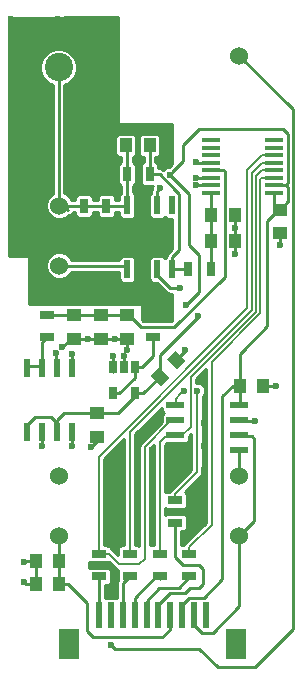
<source format=gtl>
G04 #@! TF.GenerationSoftware,KiCad,Pcbnew,(2017-06-25 revision 6a3c1720b)-makepkg*
G04 #@! TF.CreationDate,2017-08-03T12:33:03-04:00*
G04 #@! TF.ProjectId,pmt-transimpedance-amplifier_small_con,706D742D7472616E73696D706564616E,rev?*
G04 #@! TF.SameCoordinates,Original
G04 #@! TF.FileFunction,Copper,L1,Top,Signal*
G04 #@! TF.FilePolarity,Positive*
%FSLAX46Y46*%
G04 Gerber Fmt 4.6, Leading zero omitted, Abs format (unit mm)*
G04 Created by KiCad (PCBNEW (2017-06-25 revision 6a3c1720b)-makepkg) date 08/03/17 12:33:03*
%MOMM*%
%LPD*%
G01*
G04 APERTURE LIST*
%ADD10C,0.100000*%
%ADD11R,1.800000X2.600000*%
%ADD12R,0.600000X2.200000*%
%ADD13R,1.300000X0.700000*%
%ADD14C,1.524000*%
%ADD15R,0.600000X1.550000*%
%ADD16R,1.550000X0.600000*%
%ADD17R,1.000000X1.250000*%
%ADD18R,0.700000X1.300000*%
%ADD19R,0.650000X1.060000*%
%ADD20C,2.400000*%
%ADD21C,2.500000*%
%ADD22C,1.000000*%
%ADD23R,1.600000X0.410000*%
%ADD24R,1.250000X1.000000*%
%ADD25C,0.600000*%
%ADD26C,0.250000*%
%ADD27C,0.200000*%
%ADD28C,0.254000*%
G04 APERTURE END LIST*
D10*
D11*
X221350000Y-121650000D03*
X207150000Y-121650000D03*
D12*
X209750000Y-119250000D03*
X210750000Y-119250000D03*
X211750000Y-119250000D03*
X212750000Y-119250000D03*
X213750000Y-119250000D03*
X214750000Y-119250000D03*
X215750000Y-119250000D03*
X216750000Y-119250000D03*
X217750000Y-119250000D03*
X218750000Y-119250000D03*
D13*
X216175000Y-111425000D03*
X216175000Y-109525000D03*
D14*
X206350000Y-112540000D03*
X221590000Y-112540000D03*
X221590000Y-107460000D03*
X206350000Y-107460000D03*
X206350000Y-89660000D03*
X206350000Y-84580000D03*
X221590000Y-71880000D03*
D15*
X203645000Y-103725000D03*
X204915000Y-103725000D03*
X206185000Y-103725000D03*
X207455000Y-103725000D03*
X207455000Y-98325000D03*
X206185000Y-98325000D03*
X204915000Y-98325000D03*
X203645000Y-98325000D03*
D16*
X221600000Y-101475000D03*
X221600000Y-102745000D03*
X221600000Y-104015000D03*
X221600000Y-105285000D03*
X216200000Y-105285000D03*
X216200000Y-104015000D03*
X216200000Y-102745000D03*
X216200000Y-101475000D03*
D13*
X217375000Y-114050000D03*
X217375000Y-115950000D03*
D17*
X204375000Y-116625000D03*
X206375000Y-116625000D03*
X206350000Y-114675000D03*
X204350000Y-114675000D03*
D13*
X212325000Y-115950000D03*
X212325000Y-114050000D03*
X209700000Y-115950000D03*
X209700000Y-114050000D03*
D18*
X208450000Y-84600000D03*
X210350000Y-84600000D03*
D13*
X205325000Y-95725000D03*
X205325000Y-93825000D03*
D19*
X212775000Y-100450000D03*
X210875000Y-100450000D03*
X210875000Y-98250000D03*
X211825000Y-98250000D03*
X212775000Y-98250000D03*
D20*
X206300000Y-72875000D03*
D21*
X203760000Y-70335000D03*
X208840000Y-70335000D03*
X208840000Y-75415000D03*
X203760000Y-75415000D03*
D17*
X221197905Y-85325095D03*
X219197905Y-85325095D03*
X221625000Y-99800000D03*
X223625000Y-99800000D03*
D22*
X214850000Y-99050000D03*
D10*
G36*
X214761612Y-98254505D02*
X215645495Y-99138388D01*
X214938388Y-99845495D01*
X214054505Y-98961612D01*
X214761612Y-98254505D01*
X214761612Y-98254505D01*
G37*
D22*
X216264214Y-97635786D03*
D10*
G36*
X216175826Y-96840291D02*
X217059709Y-97724174D01*
X216352602Y-98431281D01*
X215468719Y-97547398D01*
X216175826Y-96840291D01*
X216175826Y-96840291D01*
G37*
D23*
X219191400Y-79030000D03*
X219191400Y-79665000D03*
X219191400Y-80300000D03*
X219191400Y-80935000D03*
X219191400Y-81570000D03*
X219191400Y-82205000D03*
X219191400Y-82840000D03*
X219191400Y-83475000D03*
X224500000Y-83475000D03*
X224500000Y-82840000D03*
X224500000Y-82205000D03*
X224500000Y-81570000D03*
X224500000Y-80935000D03*
X224500000Y-80300000D03*
X224500000Y-79665000D03*
X224500000Y-79030000D03*
D24*
X225025000Y-86925000D03*
X225025000Y-84925000D03*
D18*
X212100000Y-81900000D03*
X214000000Y-81900000D03*
D17*
X219197905Y-87600095D03*
X221197905Y-87600095D03*
X212000000Y-79475000D03*
X214000000Y-79475000D03*
D13*
X214850000Y-114050000D03*
X214850000Y-115950000D03*
D15*
X212118000Y-89954000D03*
X213388000Y-89954000D03*
X214658000Y-89954000D03*
X215928000Y-89954000D03*
X215928000Y-84554000D03*
X214658000Y-84554000D03*
X213388000Y-84554000D03*
X212118000Y-84554000D03*
D24*
X209575000Y-102125000D03*
X209575000Y-104125000D03*
X207600000Y-95825000D03*
X207600000Y-93825000D03*
D18*
X217275000Y-89950000D03*
X219175000Y-89950000D03*
D24*
X209900000Y-95825000D03*
X209900000Y-93825000D03*
X212125000Y-95825000D03*
X212125000Y-93825000D03*
D13*
X214325000Y-95675000D03*
X214325000Y-93775000D03*
D25*
X218775000Y-118475000D03*
X217925000Y-82850000D03*
X207459998Y-104900000D03*
X204890000Y-104880000D03*
X225040000Y-87910000D03*
X224740000Y-99800000D03*
X207400000Y-97110002D03*
X206100000Y-97089998D03*
X212130000Y-96760000D03*
X211800000Y-97300000D03*
X210870000Y-97290000D03*
X217040000Y-96830000D03*
X217925000Y-82225000D03*
X221225000Y-88700000D03*
X221197905Y-86475000D03*
X217950000Y-80900000D03*
X209075000Y-105025000D03*
X206625000Y-96575000D03*
X211050000Y-95825000D03*
X208775000Y-95825000D03*
X216550000Y-91525000D03*
X203375000Y-116475000D03*
X203350000Y-114725000D03*
X218090000Y-93890000D03*
X215706591Y-81943403D03*
X217075000Y-93025000D03*
X222900000Y-102800000D03*
X210749998Y-121775000D03*
X210750000Y-119250000D03*
X215600000Y-92900000D03*
X215525000Y-88025000D03*
X215525000Y-86525000D03*
X210850000Y-70925000D03*
X206250000Y-70850000D03*
X203875000Y-72800000D03*
X209075000Y-72800000D03*
X208250000Y-87500000D03*
X214925000Y-83100000D03*
X218025012Y-100250000D03*
X216899998Y-100250000D03*
X210825000Y-117050000D03*
X214225000Y-105275000D03*
X218000000Y-111000000D03*
X218600000Y-99075000D03*
X212975000Y-112650000D03*
X218000000Y-109000000D03*
X214200000Y-112650000D03*
X212975000Y-110650000D03*
X210975000Y-112650000D03*
X218600000Y-106950000D03*
X214200000Y-110650000D03*
X212975000Y-108650000D03*
X210975000Y-110650000D03*
X218600000Y-104950000D03*
X214200000Y-108650000D03*
X212975000Y-106650000D03*
X210975000Y-108650000D03*
X218600000Y-102950000D03*
X214200000Y-106650000D03*
X212975000Y-104650000D03*
X210975000Y-106650000D03*
X214325000Y-102900000D03*
X216150000Y-106975000D03*
X215475000Y-78500000D03*
X215475000Y-80150000D03*
X206250000Y-91100000D03*
X214325000Y-92200000D03*
X210250000Y-92200000D03*
X208250000Y-92200000D03*
X206250000Y-92200000D03*
X204250000Y-92200000D03*
X212450000Y-92200000D03*
X210250000Y-90800000D03*
X208250000Y-90800000D03*
X204250000Y-90800000D03*
X214250000Y-88050000D03*
X212250000Y-88050000D03*
X210250000Y-88050000D03*
X208250000Y-88875000D03*
X206250000Y-87625000D03*
X204075000Y-88125000D03*
X202350000Y-88050000D03*
X214250000Y-86550000D03*
X212250000Y-86550000D03*
X210250000Y-86550000D03*
X208250000Y-86550000D03*
X206250000Y-86550000D03*
X204250000Y-86550000D03*
X202350000Y-86550000D03*
X204250000Y-84800000D03*
X202350000Y-84800000D03*
X210250000Y-82800000D03*
X208250000Y-82800000D03*
X204250000Y-82800000D03*
X202350000Y-82800000D03*
X210250000Y-80800000D03*
X208250000Y-80800000D03*
X204250000Y-80800000D03*
X202350000Y-80800000D03*
X214250000Y-78050000D03*
X212250000Y-78050000D03*
X210250000Y-78800000D03*
X208250000Y-78800000D03*
X204250000Y-78800000D03*
X202350000Y-78800000D03*
X210550000Y-76975000D03*
X208250000Y-77300000D03*
X204250000Y-77300000D03*
X202350000Y-76800000D03*
X210850000Y-74800000D03*
X210850000Y-72800000D03*
X202375000Y-72750000D03*
X210250000Y-68800000D03*
X206250000Y-68800000D03*
X202250000Y-68800000D03*
D26*
X219191400Y-82840000D02*
X217935000Y-82840000D01*
X217935000Y-82840000D02*
X217925000Y-82850000D01*
X207459998Y-104475736D02*
X207459998Y-104900000D01*
X207459998Y-103575002D02*
X207459998Y-104475736D01*
X207510000Y-103525000D02*
X207459998Y-103575002D01*
X204890000Y-104455736D02*
X204890000Y-104880000D01*
X204890000Y-103605000D02*
X204890000Y-104455736D01*
X204970000Y-103525000D02*
X204890000Y-103605000D01*
X225025000Y-87895000D02*
X225040000Y-87910000D01*
X225025000Y-86925000D02*
X225025000Y-87895000D01*
X223625000Y-99800000D02*
X224740000Y-99800000D01*
X207400000Y-97534266D02*
X207400000Y-97110002D01*
X207400000Y-98015000D02*
X207400000Y-97534266D01*
X207510000Y-98125000D02*
X207400000Y-98015000D01*
X206100000Y-97514262D02*
X206100000Y-97089998D01*
X206100000Y-97985000D02*
X206100000Y-97514262D01*
X206240000Y-98125000D02*
X206100000Y-97985000D01*
X212125000Y-96755000D02*
X212130000Y-96760000D01*
X212125000Y-95825000D02*
X212125000Y-96755000D01*
X211825000Y-97325000D02*
X211800000Y-97300000D01*
X211825000Y-98250000D02*
X211825000Y-97325000D01*
X210875000Y-98250000D02*
X210875000Y-97295000D01*
X210875000Y-97295000D02*
X210870000Y-97290000D01*
X217040000Y-96860000D02*
X217040000Y-96830000D01*
X216264214Y-97635786D02*
X217040000Y-96860000D01*
X210875000Y-98250000D02*
X210875000Y-98618629D01*
X206350000Y-89660000D02*
X211824000Y-89660000D01*
X211824000Y-89660000D02*
X212118000Y-89954000D01*
X217945000Y-82205000D02*
X217925000Y-82225000D01*
X219191400Y-82205000D02*
X217945000Y-82205000D01*
X221197905Y-87600095D02*
X221197905Y-88672905D01*
X221197905Y-88672905D02*
X221225000Y-88700000D01*
X221197905Y-85325095D02*
X221197905Y-86475000D01*
X221197905Y-87600095D02*
X221197905Y-86475000D01*
X219191400Y-80935000D02*
X217985000Y-80935000D01*
X217985000Y-80935000D02*
X217950000Y-80900000D01*
X209575000Y-104125000D02*
X209575000Y-104525000D01*
X209575000Y-104525000D02*
X209075000Y-105025000D01*
X207600000Y-95825000D02*
X207375000Y-95825000D01*
X207375000Y-95825000D02*
X206625000Y-96575000D01*
X211050000Y-95825000D02*
X212125000Y-95825000D01*
X209900000Y-95825000D02*
X211050000Y-95825000D01*
X208775000Y-95825000D02*
X209900000Y-95825000D01*
X207600000Y-95825000D02*
X208775000Y-95825000D01*
X214658000Y-89954000D02*
X214658000Y-90429000D01*
X214658000Y-90429000D02*
X215754000Y-91525000D01*
X215754000Y-91525000D02*
X216550000Y-91525000D01*
X204350000Y-114675000D02*
X204350000Y-116600000D01*
X204350000Y-116600000D02*
X204375000Y-116625000D01*
X204375000Y-116625000D02*
X203525000Y-116625000D01*
X203525000Y-116625000D02*
X203375000Y-116475000D01*
X204350000Y-114675000D02*
X203400000Y-114675000D01*
X203400000Y-114675000D02*
X203350000Y-114725000D01*
X214850000Y-81900000D02*
X216250000Y-83300000D01*
X214000000Y-81900000D02*
X214850000Y-81900000D01*
X216503001Y-83558999D02*
X216503001Y-88353999D01*
X216250000Y-83300000D02*
X216250000Y-83305998D01*
X216250000Y-83305998D02*
X216503001Y-83558999D01*
X216503001Y-88353999D02*
X215928000Y-88929000D01*
X215928000Y-88929000D02*
X215928000Y-89954000D01*
X216750000Y-119250000D02*
X216750000Y-118354998D01*
X216750000Y-118354998D02*
X217304988Y-117800010D01*
X217304988Y-117800010D02*
X218599990Y-117800010D01*
X218599990Y-117800010D02*
X220175000Y-116225000D01*
X221625000Y-99800000D02*
X221050000Y-99800000D01*
X221050000Y-99800000D02*
X220175000Y-100675000D01*
X220175000Y-100675000D02*
X220175000Y-116225000D01*
X218090000Y-93890000D02*
X218090000Y-93980000D01*
X218090000Y-93980000D02*
X214850000Y-97220000D01*
X214850000Y-97220000D02*
X214850000Y-99050000D01*
X225025000Y-84925000D02*
X225025000Y-84905000D01*
X225025000Y-84905000D02*
X225724990Y-84205010D01*
X225724990Y-84205010D02*
X225724990Y-83014990D01*
X224500000Y-83475000D02*
X224500000Y-84400000D01*
X224500000Y-84400000D02*
X225025000Y-84925000D01*
X225550000Y-82840000D02*
X225724990Y-83014990D01*
X216825000Y-79425000D02*
X216825000Y-80824994D01*
X218175000Y-78075000D02*
X216825000Y-79425000D01*
X225275000Y-78075000D02*
X218175000Y-78075000D01*
X217075000Y-93025000D02*
X218225000Y-91875000D01*
X218225000Y-88750000D02*
X217350000Y-87875000D01*
X224500000Y-82840000D02*
X225550000Y-82840000D01*
X225725000Y-82665000D02*
X225725000Y-78525000D01*
X225550000Y-82840000D02*
X225725000Y-82665000D01*
X216006590Y-81643404D02*
X215706591Y-81943403D01*
X217350000Y-83586812D02*
X216006590Y-82243402D01*
X217350000Y-87875000D02*
X217350000Y-83586812D01*
X218225000Y-91875000D02*
X218225000Y-88750000D01*
X216825000Y-80824994D02*
X216006590Y-81643404D01*
X215706591Y-82031591D02*
X215706591Y-81943403D01*
X216006590Y-82243402D02*
X215706591Y-81943403D01*
X215725000Y-82050000D02*
X215706591Y-82031591D01*
X225725000Y-78525000D02*
X225275000Y-78075000D01*
X221625000Y-102830000D02*
X222870000Y-102830000D01*
X222870000Y-102830000D02*
X222900000Y-102800000D01*
X212125000Y-93825000D02*
X212250000Y-93825000D01*
X212250000Y-93825000D02*
X213275000Y-94850000D01*
X213275000Y-94850000D02*
X216100000Y-94850000D01*
X216100000Y-94850000D02*
X220350000Y-90600000D01*
X220350000Y-90600000D02*
X220350000Y-81678600D01*
X220350000Y-81678600D02*
X220241400Y-81570000D01*
X220241400Y-81570000D02*
X219191400Y-81570000D01*
X209900000Y-93825000D02*
X212125000Y-93825000D01*
X207600000Y-93825000D02*
X209900000Y-93825000D01*
X205325000Y-93825000D02*
X207600000Y-93825000D01*
X215928000Y-89954000D02*
X217271000Y-89954000D01*
X217271000Y-89954000D02*
X217275000Y-89950000D01*
X214000000Y-81900000D02*
X214000000Y-79475000D01*
X206375000Y-116625000D02*
X207125000Y-116625000D01*
X207125000Y-116625000D02*
X208750000Y-118250000D01*
X208750000Y-118250000D02*
X208750000Y-120625000D01*
X208750000Y-120625000D02*
X209250000Y-121125000D01*
X209250000Y-121125000D02*
X215100000Y-121125000D01*
X215100000Y-121125000D02*
X215750000Y-120475000D01*
X215750000Y-120475000D02*
X215750000Y-119250000D01*
X221590000Y-71880000D02*
X226125000Y-76415000D01*
X226125000Y-76415000D02*
X226125000Y-120450000D01*
X226125000Y-120450000D02*
X222925000Y-123650000D01*
X222925000Y-123650000D02*
X219800000Y-123650000D01*
X219800000Y-123650000D02*
X218224999Y-122074999D01*
X218224999Y-122074999D02*
X211049997Y-122074999D01*
X211049997Y-122074999D02*
X210749998Y-121775000D01*
D27*
X216175000Y-109525000D02*
X216175000Y-108975000D01*
X216175000Y-108975000D02*
X218025012Y-107124988D01*
X218025012Y-107124988D02*
X218025012Y-100674264D01*
X218025012Y-100674264D02*
X218025012Y-100250000D01*
D26*
X217750000Y-119250000D02*
X217750000Y-120050000D01*
X221590000Y-118510000D02*
X221590000Y-115714998D01*
X217750000Y-120050000D02*
X218425000Y-120725000D01*
X218425000Y-120725000D02*
X219375000Y-120725000D01*
X219375000Y-120725000D02*
X221590000Y-118510000D01*
X221590000Y-115714998D02*
X221590000Y-112540000D01*
X208450000Y-84600000D02*
X210350000Y-84600000D01*
X210350000Y-84600000D02*
X212072000Y-84600000D01*
X212072000Y-84600000D02*
X212118000Y-84554000D01*
X212100000Y-81900000D02*
X212100000Y-84536000D01*
X212100000Y-84536000D02*
X212118000Y-84554000D01*
X212100000Y-81900000D02*
X212100000Y-79575000D01*
X212100000Y-79575000D02*
X212000000Y-79475000D01*
X214658000Y-83367000D02*
X214925000Y-83100000D01*
X214658000Y-84554000D02*
X214658000Y-83367000D01*
X221625000Y-97125000D02*
X221900000Y-96850000D01*
X221900000Y-96850000D02*
X223974999Y-94775001D01*
X225025000Y-84925000D02*
X224900000Y-84925000D01*
X224900000Y-84925000D02*
X223974999Y-85850001D01*
X223974999Y-85850001D02*
X223974999Y-94775001D01*
X212775000Y-100450000D02*
X213450000Y-100450000D01*
X213450000Y-100450000D02*
X214850000Y-99050000D01*
X209575000Y-102125000D02*
X211305000Y-102125000D01*
X211305000Y-102125000D02*
X212775000Y-100655000D01*
X212775000Y-100655000D02*
X212775000Y-100450000D01*
X206185000Y-103725000D02*
X206185000Y-102700000D01*
X208700000Y-102125000D02*
X209575000Y-102125000D01*
X206185000Y-102700000D02*
X206760000Y-102125000D01*
X206760000Y-102125000D02*
X208700000Y-102125000D01*
X203700000Y-103525000D02*
X203700000Y-103050000D01*
X203700000Y-103050000D02*
X204275001Y-102474999D01*
X204275001Y-102474999D02*
X205664999Y-102474999D01*
X205664999Y-102474999D02*
X206240000Y-103050000D01*
X206240000Y-103050000D02*
X206240000Y-103525000D01*
X221625000Y-99800000D02*
X221625000Y-97125000D01*
X221625000Y-99800000D02*
X221625000Y-101560000D01*
X221590000Y-107460000D02*
X221590000Y-105405000D01*
X221590000Y-105405000D02*
X221625000Y-105370000D01*
X206350000Y-114675000D02*
X206350000Y-112540000D01*
X206375000Y-116625000D02*
X206375000Y-114700000D01*
X206375000Y-114700000D02*
X206350000Y-114675000D01*
D27*
X216599999Y-100549999D02*
X216899998Y-100250000D01*
X216225000Y-100924998D02*
X216599999Y-100549999D01*
X216225000Y-101560000D02*
X216225000Y-100924998D01*
X223350022Y-93684948D02*
X223350022Y-88775000D01*
X223350022Y-88775000D02*
X223350022Y-88556778D01*
X224500000Y-82205000D02*
X223500000Y-82205000D01*
X223500000Y-82205000D02*
X223350022Y-82354978D01*
X223350022Y-82354978D02*
X223350022Y-88775000D01*
X217375000Y-114050000D02*
X217375000Y-113500000D01*
X217375000Y-113500000D02*
X219249990Y-111625010D01*
X219249990Y-97784980D02*
X223350022Y-93684948D01*
X219249990Y-111625010D02*
X219249990Y-97784980D01*
D26*
X214750000Y-119250000D02*
X214750000Y-118354998D01*
X214750000Y-118354998D02*
X215704998Y-117400000D01*
X215704998Y-117400000D02*
X216975000Y-117400000D01*
X216975000Y-117400000D02*
X217400000Y-116975000D01*
X217400000Y-116975000D02*
X218150000Y-116975000D01*
X216175000Y-114345002D02*
X216175000Y-111425000D01*
X218150000Y-116975000D02*
X218525000Y-116600000D01*
X218525000Y-116600000D02*
X218525000Y-115325000D01*
X218525000Y-115325000D02*
X218200000Y-115000000D01*
X218200000Y-115000000D02*
X216829998Y-115000000D01*
X216829998Y-115000000D02*
X216175000Y-114345002D01*
X213750000Y-119250000D02*
X213750000Y-118025000D01*
X213750000Y-118025000D02*
X214825000Y-116950000D01*
X217300000Y-116125000D02*
X217300000Y-115975000D01*
X214825000Y-116950000D02*
X216475000Y-116950000D01*
X216475000Y-116950000D02*
X217300000Y-116125000D01*
X217300000Y-115975000D02*
X217350000Y-115975000D01*
X217350000Y-115975000D02*
X217375000Y-115950000D01*
X217375000Y-115950000D02*
X217225000Y-115950000D01*
X209700000Y-115950000D02*
X209700000Y-119200000D01*
X209700000Y-119200000D02*
X209750000Y-119250000D01*
X209750000Y-116000000D02*
X209700000Y-115950000D01*
X211750000Y-119250000D02*
X211750000Y-116525000D01*
X211750000Y-116525000D02*
X212325000Y-115950000D01*
X212325000Y-115955000D02*
X212325000Y-115950000D01*
X216225000Y-105370000D02*
X216150000Y-105445000D01*
D27*
X223500000Y-81570000D02*
X224500000Y-81570000D01*
X223000014Y-82069986D02*
X223500000Y-81570000D01*
X214850000Y-114050000D02*
X214850000Y-104625000D01*
X223000011Y-93539969D02*
X223000011Y-88271789D01*
X217475002Y-103324998D02*
X217475002Y-99064978D01*
X214850000Y-104625000D02*
X215375000Y-104100000D01*
X215375000Y-104100000D02*
X216700000Y-104100000D01*
X216700000Y-104100000D02*
X217475002Y-103324998D01*
X217475002Y-99064978D02*
X223000011Y-93539969D01*
X223000011Y-88271789D02*
X223000014Y-82069986D01*
X212325000Y-114050000D02*
X212325000Y-103719990D01*
X212325000Y-103719990D02*
X222650000Y-93394990D01*
X222650000Y-93394990D02*
X222650000Y-81785000D01*
X222650000Y-81785000D02*
X223500000Y-80935000D01*
X223500000Y-80935000D02*
X224500000Y-80935000D01*
X209700000Y-114050000D02*
X210550000Y-114050000D01*
X210550000Y-114050000D02*
X211450000Y-114950000D01*
X211450000Y-114950000D02*
X213125000Y-114950000D01*
X213125000Y-114950000D02*
X213600000Y-114475000D01*
X213600000Y-114475000D02*
X213600000Y-104980000D01*
X213600000Y-104980000D02*
X215750000Y-102830000D01*
X215750000Y-102830000D02*
X216225000Y-102830000D01*
X209700000Y-114050000D02*
X209700000Y-105850000D01*
X209700000Y-105850000D02*
X222275000Y-93275000D01*
X222275000Y-93275000D02*
X222275000Y-81525000D01*
X222275000Y-81525000D02*
X223500000Y-80300000D01*
X223500000Y-80300000D02*
X224500000Y-80300000D01*
D26*
X221590000Y-112540000D02*
X222875000Y-111255000D01*
X221625000Y-104100000D02*
X222650000Y-104100000D01*
X222650000Y-104100000D02*
X222875000Y-104325000D01*
X222875000Y-104325000D02*
X222875000Y-111255000D01*
X219191400Y-83475000D02*
X219191400Y-85318590D01*
X219191400Y-85318590D02*
X219197905Y-85325095D01*
X219197905Y-83481505D02*
X219191400Y-83475000D01*
X219197905Y-85325095D02*
X219197905Y-85200095D01*
X219197905Y-87600095D02*
X219197905Y-85325095D01*
X219197905Y-89625095D02*
X219197905Y-87600095D01*
X204915000Y-98325000D02*
X204915000Y-96135000D01*
X204915000Y-96135000D02*
X205325000Y-95725000D01*
X204970000Y-98125000D02*
X203700000Y-98125000D01*
X206350000Y-84580000D02*
X208430000Y-84580000D01*
X208430000Y-84580000D02*
X208450000Y-84600000D01*
X206300000Y-72875000D02*
X206300000Y-84530000D01*
X207050000Y-84855000D02*
X207100000Y-84905000D01*
X210875000Y-100450000D02*
X211450000Y-100450000D01*
X211450000Y-100450000D02*
X212775000Y-99125000D01*
X212775000Y-99125000D02*
X212775000Y-99030000D01*
X212775000Y-99030000D02*
X212775000Y-98250000D01*
X212775000Y-98250000D02*
X213350000Y-98250000D01*
X213350000Y-98250000D02*
X214325000Y-97275000D01*
X214325000Y-97275000D02*
X214325000Y-96275000D01*
X214325000Y-96275000D02*
X214325000Y-95675000D01*
X212750000Y-119250000D02*
X212750000Y-117750000D01*
X212750000Y-117750000D02*
X214550000Y-115950000D01*
X214550000Y-115950000D02*
X214850000Y-115950000D01*
X214850000Y-116175000D02*
X214850000Y-115950000D01*
D28*
G36*
X211373000Y-77500000D02*
X211382667Y-77548601D01*
X211410197Y-77589803D01*
X211451399Y-77617333D01*
X211500000Y-77627000D01*
X215873000Y-77627000D01*
X215873000Y-81067058D01*
X215673684Y-81266374D01*
X215572518Y-81266286D01*
X215323602Y-81369136D01*
X215170482Y-81521989D01*
X215042107Y-81436212D01*
X214850000Y-81397999D01*
X214849995Y-81398000D01*
X214734385Y-81398000D01*
X214734385Y-81250000D01*
X214705125Y-81102902D01*
X214621801Y-80978199D01*
X214502000Y-80898150D01*
X214502000Y-80483987D01*
X214647098Y-80455125D01*
X214771801Y-80371801D01*
X214855125Y-80247098D01*
X214884385Y-80100000D01*
X214884385Y-78850000D01*
X214855125Y-78702902D01*
X214771801Y-78578199D01*
X214647098Y-78494875D01*
X214500000Y-78465615D01*
X213500000Y-78465615D01*
X213352902Y-78494875D01*
X213228199Y-78578199D01*
X213144875Y-78702902D01*
X213115615Y-78850000D01*
X213115615Y-80100000D01*
X213144875Y-80247098D01*
X213228199Y-80371801D01*
X213352902Y-80455125D01*
X213498000Y-80483987D01*
X213498000Y-80898150D01*
X213378199Y-80978199D01*
X213294875Y-81102902D01*
X213265615Y-81250000D01*
X213265615Y-82550000D01*
X213294875Y-82697098D01*
X213378199Y-82821801D01*
X213502902Y-82905125D01*
X213650000Y-82934385D01*
X214260725Y-82934385D01*
X214248118Y-82964746D01*
X214248005Y-83094386D01*
X214194212Y-83174893D01*
X214155999Y-83367000D01*
X214156000Y-83367005D01*
X214156000Y-83460559D01*
X214086199Y-83507199D01*
X214002875Y-83631902D01*
X213973615Y-83779000D01*
X213973615Y-85329000D01*
X214002875Y-85476098D01*
X214086199Y-85600801D01*
X214210902Y-85684125D01*
X214358000Y-85713385D01*
X214958000Y-85713385D01*
X215105098Y-85684125D01*
X215229801Y-85600801D01*
X215293000Y-85506217D01*
X215356199Y-85600801D01*
X215480902Y-85684125D01*
X215628000Y-85713385D01*
X215873000Y-85713385D01*
X215873000Y-88274065D01*
X215573032Y-88574032D01*
X215464212Y-88736893D01*
X215441700Y-88850069D01*
X215356199Y-88907199D01*
X215293000Y-89001783D01*
X215229801Y-88907199D01*
X215105098Y-88823875D01*
X214958000Y-88794615D01*
X214358000Y-88794615D01*
X214210902Y-88823875D01*
X214086199Y-88907199D01*
X214002875Y-89031902D01*
X213973615Y-89179000D01*
X213973615Y-90729000D01*
X214002875Y-90876098D01*
X214086199Y-91000801D01*
X214210902Y-91084125D01*
X214358000Y-91113385D01*
X214632449Y-91113385D01*
X215399032Y-91879968D01*
X215561892Y-91988788D01*
X215754000Y-92027001D01*
X215754005Y-92027000D01*
X215873000Y-92027000D01*
X215873000Y-94348000D01*
X213482936Y-94348000D01*
X213377000Y-94242064D01*
X213377000Y-93000000D01*
X213367333Y-92951399D01*
X213339803Y-92910197D01*
X213298601Y-92882667D01*
X213250000Y-92873000D01*
X203802000Y-92873000D01*
X203802000Y-89885567D01*
X205210803Y-89885567D01*
X205383840Y-90304349D01*
X205703966Y-90625034D01*
X206122445Y-90798802D01*
X206575567Y-90799197D01*
X206994349Y-90626160D01*
X207315034Y-90306034D01*
X207374842Y-90162000D01*
X211433615Y-90162000D01*
X211433615Y-90729000D01*
X211462875Y-90876098D01*
X211546199Y-91000801D01*
X211670902Y-91084125D01*
X211818000Y-91113385D01*
X212418000Y-91113385D01*
X212565098Y-91084125D01*
X212689801Y-91000801D01*
X212773125Y-90876098D01*
X212802385Y-90729000D01*
X212802385Y-89179000D01*
X212773125Y-89031902D01*
X212689801Y-88907199D01*
X212565098Y-88823875D01*
X212418000Y-88794615D01*
X211818000Y-88794615D01*
X211670902Y-88823875D01*
X211546199Y-88907199D01*
X211462875Y-89031902D01*
X211437792Y-89158000D01*
X207374977Y-89158000D01*
X207316160Y-89015651D01*
X206996034Y-88694966D01*
X206577555Y-88521198D01*
X206124433Y-88520803D01*
X205705651Y-88693840D01*
X205384966Y-89013966D01*
X205211198Y-89432445D01*
X205210803Y-89885567D01*
X203802000Y-89885567D01*
X203802000Y-89000000D01*
X203792333Y-88951399D01*
X203764803Y-88910197D01*
X203723601Y-88882667D01*
X203675000Y-88873000D01*
X202127000Y-88873000D01*
X202127000Y-73187308D01*
X204722727Y-73187308D01*
X204962305Y-73767132D01*
X205405535Y-74211136D01*
X205798000Y-74374101D01*
X205798000Y-83575682D01*
X205705651Y-83613840D01*
X205384966Y-83933966D01*
X205211198Y-84352445D01*
X205210803Y-84805567D01*
X205383840Y-85224349D01*
X205703966Y-85545034D01*
X206122445Y-85718802D01*
X206575567Y-85719197D01*
X206994349Y-85546160D01*
X207142150Y-85398617D01*
X207292108Y-85368788D01*
X207454968Y-85259968D01*
X207563788Y-85097108D01*
X207566793Y-85082000D01*
X207715615Y-85082000D01*
X207715615Y-85250000D01*
X207744875Y-85397098D01*
X207828199Y-85521801D01*
X207952902Y-85605125D01*
X208100000Y-85634385D01*
X208800000Y-85634385D01*
X208947098Y-85605125D01*
X209071801Y-85521801D01*
X209155125Y-85397098D01*
X209184385Y-85250000D01*
X209184385Y-85102000D01*
X209615615Y-85102000D01*
X209615615Y-85250000D01*
X209644875Y-85397098D01*
X209728199Y-85521801D01*
X209852902Y-85605125D01*
X210000000Y-85634385D01*
X210700000Y-85634385D01*
X210847098Y-85605125D01*
X210971801Y-85521801D01*
X211055125Y-85397098D01*
X211084385Y-85250000D01*
X211084385Y-85102000D01*
X211433615Y-85102000D01*
X211433615Y-85329000D01*
X211462875Y-85476098D01*
X211546199Y-85600801D01*
X211670902Y-85684125D01*
X211818000Y-85713385D01*
X212418000Y-85713385D01*
X212565098Y-85684125D01*
X212689801Y-85600801D01*
X212773125Y-85476098D01*
X212802385Y-85329000D01*
X212802385Y-83779000D01*
X212773125Y-83631902D01*
X212689801Y-83507199D01*
X212602000Y-83448532D01*
X212602000Y-82901850D01*
X212721801Y-82821801D01*
X212805125Y-82697098D01*
X212834385Y-82550000D01*
X212834385Y-81250000D01*
X212805125Y-81102902D01*
X212721801Y-80978199D01*
X212602000Y-80898150D01*
X212602000Y-80464096D01*
X212647098Y-80455125D01*
X212771801Y-80371801D01*
X212855125Y-80247098D01*
X212884385Y-80100000D01*
X212884385Y-78850000D01*
X212855125Y-78702902D01*
X212771801Y-78578199D01*
X212647098Y-78494875D01*
X212500000Y-78465615D01*
X211500000Y-78465615D01*
X211352902Y-78494875D01*
X211228199Y-78578199D01*
X211144875Y-78702902D01*
X211115615Y-78850000D01*
X211115615Y-80100000D01*
X211144875Y-80247098D01*
X211228199Y-80371801D01*
X211352902Y-80455125D01*
X211500000Y-80484385D01*
X211598000Y-80484385D01*
X211598000Y-80898150D01*
X211478199Y-80978199D01*
X211394875Y-81102902D01*
X211365615Y-81250000D01*
X211365615Y-82550000D01*
X211394875Y-82697098D01*
X211478199Y-82821801D01*
X211598000Y-82901850D01*
X211598000Y-83472587D01*
X211546199Y-83507199D01*
X211462875Y-83631902D01*
X211433615Y-83779000D01*
X211433615Y-84098000D01*
X211084385Y-84098000D01*
X211084385Y-83950000D01*
X211055125Y-83802902D01*
X210971801Y-83678199D01*
X210847098Y-83594875D01*
X210700000Y-83565615D01*
X210000000Y-83565615D01*
X209852902Y-83594875D01*
X209728199Y-83678199D01*
X209644875Y-83802902D01*
X209615615Y-83950000D01*
X209615615Y-84098000D01*
X209184385Y-84098000D01*
X209184385Y-83950000D01*
X209155125Y-83802902D01*
X209071801Y-83678199D01*
X208947098Y-83594875D01*
X208800000Y-83565615D01*
X208100000Y-83565615D01*
X207952902Y-83594875D01*
X207828199Y-83678199D01*
X207744875Y-83802902D01*
X207715615Y-83950000D01*
X207715615Y-84078000D01*
X207374977Y-84078000D01*
X207316160Y-83935651D01*
X206996034Y-83614966D01*
X206802000Y-83534396D01*
X206802000Y-74373894D01*
X207192132Y-74212695D01*
X207636136Y-73769465D01*
X207876725Y-73190061D01*
X207877273Y-72562692D01*
X207637695Y-71982868D01*
X207194465Y-71538864D01*
X206615061Y-71298275D01*
X205987692Y-71297727D01*
X205407868Y-71537305D01*
X204963864Y-71980535D01*
X204723275Y-72559939D01*
X204722727Y-73187308D01*
X202127000Y-73187308D01*
X202127000Y-68651667D01*
X211373000Y-68627335D01*
X211373000Y-77500000D01*
X211373000Y-77500000D01*
G37*
X211373000Y-77500000D02*
X211382667Y-77548601D01*
X211410197Y-77589803D01*
X211451399Y-77617333D01*
X211500000Y-77627000D01*
X215873000Y-77627000D01*
X215873000Y-81067058D01*
X215673684Y-81266374D01*
X215572518Y-81266286D01*
X215323602Y-81369136D01*
X215170482Y-81521989D01*
X215042107Y-81436212D01*
X214850000Y-81397999D01*
X214849995Y-81398000D01*
X214734385Y-81398000D01*
X214734385Y-81250000D01*
X214705125Y-81102902D01*
X214621801Y-80978199D01*
X214502000Y-80898150D01*
X214502000Y-80483987D01*
X214647098Y-80455125D01*
X214771801Y-80371801D01*
X214855125Y-80247098D01*
X214884385Y-80100000D01*
X214884385Y-78850000D01*
X214855125Y-78702902D01*
X214771801Y-78578199D01*
X214647098Y-78494875D01*
X214500000Y-78465615D01*
X213500000Y-78465615D01*
X213352902Y-78494875D01*
X213228199Y-78578199D01*
X213144875Y-78702902D01*
X213115615Y-78850000D01*
X213115615Y-80100000D01*
X213144875Y-80247098D01*
X213228199Y-80371801D01*
X213352902Y-80455125D01*
X213498000Y-80483987D01*
X213498000Y-80898150D01*
X213378199Y-80978199D01*
X213294875Y-81102902D01*
X213265615Y-81250000D01*
X213265615Y-82550000D01*
X213294875Y-82697098D01*
X213378199Y-82821801D01*
X213502902Y-82905125D01*
X213650000Y-82934385D01*
X214260725Y-82934385D01*
X214248118Y-82964746D01*
X214248005Y-83094386D01*
X214194212Y-83174893D01*
X214155999Y-83367000D01*
X214156000Y-83367005D01*
X214156000Y-83460559D01*
X214086199Y-83507199D01*
X214002875Y-83631902D01*
X213973615Y-83779000D01*
X213973615Y-85329000D01*
X214002875Y-85476098D01*
X214086199Y-85600801D01*
X214210902Y-85684125D01*
X214358000Y-85713385D01*
X214958000Y-85713385D01*
X215105098Y-85684125D01*
X215229801Y-85600801D01*
X215293000Y-85506217D01*
X215356199Y-85600801D01*
X215480902Y-85684125D01*
X215628000Y-85713385D01*
X215873000Y-85713385D01*
X215873000Y-88274065D01*
X215573032Y-88574032D01*
X215464212Y-88736893D01*
X215441700Y-88850069D01*
X215356199Y-88907199D01*
X215293000Y-89001783D01*
X215229801Y-88907199D01*
X215105098Y-88823875D01*
X214958000Y-88794615D01*
X214358000Y-88794615D01*
X214210902Y-88823875D01*
X214086199Y-88907199D01*
X214002875Y-89031902D01*
X213973615Y-89179000D01*
X213973615Y-90729000D01*
X214002875Y-90876098D01*
X214086199Y-91000801D01*
X214210902Y-91084125D01*
X214358000Y-91113385D01*
X214632449Y-91113385D01*
X215399032Y-91879968D01*
X215561892Y-91988788D01*
X215754000Y-92027001D01*
X215754005Y-92027000D01*
X215873000Y-92027000D01*
X215873000Y-94348000D01*
X213482936Y-94348000D01*
X213377000Y-94242064D01*
X213377000Y-93000000D01*
X213367333Y-92951399D01*
X213339803Y-92910197D01*
X213298601Y-92882667D01*
X213250000Y-92873000D01*
X203802000Y-92873000D01*
X203802000Y-89885567D01*
X205210803Y-89885567D01*
X205383840Y-90304349D01*
X205703966Y-90625034D01*
X206122445Y-90798802D01*
X206575567Y-90799197D01*
X206994349Y-90626160D01*
X207315034Y-90306034D01*
X207374842Y-90162000D01*
X211433615Y-90162000D01*
X211433615Y-90729000D01*
X211462875Y-90876098D01*
X211546199Y-91000801D01*
X211670902Y-91084125D01*
X211818000Y-91113385D01*
X212418000Y-91113385D01*
X212565098Y-91084125D01*
X212689801Y-91000801D01*
X212773125Y-90876098D01*
X212802385Y-90729000D01*
X212802385Y-89179000D01*
X212773125Y-89031902D01*
X212689801Y-88907199D01*
X212565098Y-88823875D01*
X212418000Y-88794615D01*
X211818000Y-88794615D01*
X211670902Y-88823875D01*
X211546199Y-88907199D01*
X211462875Y-89031902D01*
X211437792Y-89158000D01*
X207374977Y-89158000D01*
X207316160Y-89015651D01*
X206996034Y-88694966D01*
X206577555Y-88521198D01*
X206124433Y-88520803D01*
X205705651Y-88693840D01*
X205384966Y-89013966D01*
X205211198Y-89432445D01*
X205210803Y-89885567D01*
X203802000Y-89885567D01*
X203802000Y-89000000D01*
X203792333Y-88951399D01*
X203764803Y-88910197D01*
X203723601Y-88882667D01*
X203675000Y-88873000D01*
X202127000Y-88873000D01*
X202127000Y-73187308D01*
X204722727Y-73187308D01*
X204962305Y-73767132D01*
X205405535Y-74211136D01*
X205798000Y-74374101D01*
X205798000Y-83575682D01*
X205705651Y-83613840D01*
X205384966Y-83933966D01*
X205211198Y-84352445D01*
X205210803Y-84805567D01*
X205383840Y-85224349D01*
X205703966Y-85545034D01*
X206122445Y-85718802D01*
X206575567Y-85719197D01*
X206994349Y-85546160D01*
X207142150Y-85398617D01*
X207292108Y-85368788D01*
X207454968Y-85259968D01*
X207563788Y-85097108D01*
X207566793Y-85082000D01*
X207715615Y-85082000D01*
X207715615Y-85250000D01*
X207744875Y-85397098D01*
X207828199Y-85521801D01*
X207952902Y-85605125D01*
X208100000Y-85634385D01*
X208800000Y-85634385D01*
X208947098Y-85605125D01*
X209071801Y-85521801D01*
X209155125Y-85397098D01*
X209184385Y-85250000D01*
X209184385Y-85102000D01*
X209615615Y-85102000D01*
X209615615Y-85250000D01*
X209644875Y-85397098D01*
X209728199Y-85521801D01*
X209852902Y-85605125D01*
X210000000Y-85634385D01*
X210700000Y-85634385D01*
X210847098Y-85605125D01*
X210971801Y-85521801D01*
X211055125Y-85397098D01*
X211084385Y-85250000D01*
X211084385Y-85102000D01*
X211433615Y-85102000D01*
X211433615Y-85329000D01*
X211462875Y-85476098D01*
X211546199Y-85600801D01*
X211670902Y-85684125D01*
X211818000Y-85713385D01*
X212418000Y-85713385D01*
X212565098Y-85684125D01*
X212689801Y-85600801D01*
X212773125Y-85476098D01*
X212802385Y-85329000D01*
X212802385Y-83779000D01*
X212773125Y-83631902D01*
X212689801Y-83507199D01*
X212602000Y-83448532D01*
X212602000Y-82901850D01*
X212721801Y-82821801D01*
X212805125Y-82697098D01*
X212834385Y-82550000D01*
X212834385Y-81250000D01*
X212805125Y-81102902D01*
X212721801Y-80978199D01*
X212602000Y-80898150D01*
X212602000Y-80464096D01*
X212647098Y-80455125D01*
X212771801Y-80371801D01*
X212855125Y-80247098D01*
X212884385Y-80100000D01*
X212884385Y-78850000D01*
X212855125Y-78702902D01*
X212771801Y-78578199D01*
X212647098Y-78494875D01*
X212500000Y-78465615D01*
X211500000Y-78465615D01*
X211352902Y-78494875D01*
X211228199Y-78578199D01*
X211144875Y-78702902D01*
X211115615Y-78850000D01*
X211115615Y-80100000D01*
X211144875Y-80247098D01*
X211228199Y-80371801D01*
X211352902Y-80455125D01*
X211500000Y-80484385D01*
X211598000Y-80484385D01*
X211598000Y-80898150D01*
X211478199Y-80978199D01*
X211394875Y-81102902D01*
X211365615Y-81250000D01*
X211365615Y-82550000D01*
X211394875Y-82697098D01*
X211478199Y-82821801D01*
X211598000Y-82901850D01*
X211598000Y-83472587D01*
X211546199Y-83507199D01*
X211462875Y-83631902D01*
X211433615Y-83779000D01*
X211433615Y-84098000D01*
X211084385Y-84098000D01*
X211084385Y-83950000D01*
X211055125Y-83802902D01*
X210971801Y-83678199D01*
X210847098Y-83594875D01*
X210700000Y-83565615D01*
X210000000Y-83565615D01*
X209852902Y-83594875D01*
X209728199Y-83678199D01*
X209644875Y-83802902D01*
X209615615Y-83950000D01*
X209615615Y-84098000D01*
X209184385Y-84098000D01*
X209184385Y-83950000D01*
X209155125Y-83802902D01*
X209071801Y-83678199D01*
X208947098Y-83594875D01*
X208800000Y-83565615D01*
X208100000Y-83565615D01*
X207952902Y-83594875D01*
X207828199Y-83678199D01*
X207744875Y-83802902D01*
X207715615Y-83950000D01*
X207715615Y-84078000D01*
X207374977Y-84078000D01*
X207316160Y-83935651D01*
X206996034Y-83614966D01*
X206802000Y-83534396D01*
X206802000Y-74373894D01*
X207192132Y-74212695D01*
X207636136Y-73769465D01*
X207876725Y-73190061D01*
X207877273Y-72562692D01*
X207637695Y-71982868D01*
X207194465Y-71538864D01*
X206615061Y-71298275D01*
X205987692Y-71297727D01*
X205407868Y-71537305D01*
X204963864Y-71980535D01*
X204723275Y-72559939D01*
X204722727Y-73187308D01*
X202127000Y-73187308D01*
X202127000Y-68651667D01*
X211373000Y-68627335D01*
X211373000Y-77500000D01*
D26*
G36*
X211114124Y-115285876D02*
X211268225Y-115388843D01*
X211353720Y-115405849D01*
X211321758Y-115453683D01*
X211292654Y-115600000D01*
X211292654Y-116300000D01*
X211296759Y-116320639D01*
X211288060Y-116333658D01*
X211250000Y-116525000D01*
X211250000Y-117832628D01*
X211196317Y-117796758D01*
X211050000Y-117767654D01*
X210450000Y-117767654D01*
X210303683Y-117796758D01*
X210250000Y-117832628D01*
X210200000Y-117799219D01*
X210200000Y-116682346D01*
X210350000Y-116682346D01*
X210496317Y-116653242D01*
X210620359Y-116570359D01*
X210703242Y-116446317D01*
X210732346Y-116300000D01*
X210732346Y-115600000D01*
X210703242Y-115453683D01*
X210620359Y-115329641D01*
X210496317Y-115246758D01*
X210350000Y-115217654D01*
X209050000Y-115217654D01*
X208903683Y-115246758D01*
X208875000Y-115265924D01*
X208875000Y-114734076D01*
X208903683Y-114753242D01*
X209050000Y-114782346D01*
X210350000Y-114782346D01*
X210496317Y-114753242D01*
X210547374Y-114719126D01*
X211114124Y-115285876D01*
X211114124Y-115285876D01*
G37*
X211114124Y-115285876D02*
X211268225Y-115388843D01*
X211353720Y-115405849D01*
X211321758Y-115453683D01*
X211292654Y-115600000D01*
X211292654Y-116300000D01*
X211296759Y-116320639D01*
X211288060Y-116333658D01*
X211250000Y-116525000D01*
X211250000Y-117832628D01*
X211196317Y-117796758D01*
X211050000Y-117767654D01*
X210450000Y-117767654D01*
X210303683Y-117796758D01*
X210250000Y-117832628D01*
X210200000Y-117799219D01*
X210200000Y-116682346D01*
X210350000Y-116682346D01*
X210496317Y-116653242D01*
X210620359Y-116570359D01*
X210703242Y-116446317D01*
X210732346Y-116300000D01*
X210732346Y-115600000D01*
X210703242Y-115453683D01*
X210620359Y-115329641D01*
X210496317Y-115246758D01*
X210350000Y-115217654D01*
X209050000Y-115217654D01*
X208903683Y-115246758D01*
X208875000Y-115265924D01*
X208875000Y-114734076D01*
X208903683Y-114753242D01*
X209050000Y-114782346D01*
X210350000Y-114782346D01*
X210496317Y-114753242D01*
X210547374Y-114719126D01*
X211114124Y-115285876D01*
G36*
X211850000Y-113317654D02*
X211675000Y-113317654D01*
X211528683Y-113346758D01*
X211404641Y-113429641D01*
X211321758Y-113553683D01*
X211292654Y-113700000D01*
X211292654Y-114120902D01*
X210885876Y-113714124D01*
X210731775Y-113611157D01*
X210713970Y-113607615D01*
X210703242Y-113553683D01*
X210620359Y-113429641D01*
X210496317Y-113346758D01*
X210350000Y-113317654D01*
X210175000Y-113317654D01*
X210175000Y-106046752D01*
X211850000Y-104371752D01*
X211850000Y-113317654D01*
X211850000Y-113317654D01*
G37*
X211850000Y-113317654D02*
X211675000Y-113317654D01*
X211528683Y-113346758D01*
X211404641Y-113429641D01*
X211321758Y-113553683D01*
X211292654Y-113700000D01*
X211292654Y-114120902D01*
X210885876Y-113714124D01*
X210731775Y-113611157D01*
X210713970Y-113607615D01*
X210703242Y-113553683D01*
X210620359Y-113429641D01*
X210496317Y-113346758D01*
X210350000Y-113317654D01*
X210175000Y-113317654D01*
X210175000Y-106046752D01*
X211850000Y-104371752D01*
X211850000Y-113317654D01*
G36*
X215042654Y-101775000D02*
X215071758Y-101921317D01*
X215154641Y-102045359D01*
X215251382Y-102110000D01*
X215154641Y-102174641D01*
X215071758Y-102298683D01*
X215042654Y-102445000D01*
X215042654Y-102865594D01*
X213264124Y-104644124D01*
X213161157Y-104798225D01*
X213125000Y-104980000D01*
X213125000Y-113349219D01*
X213121317Y-113346758D01*
X212975000Y-113317654D01*
X212800000Y-113317654D01*
X212800000Y-103916742D01*
X215042654Y-101674088D01*
X215042654Y-101775000D01*
X215042654Y-101775000D01*
G37*
X215042654Y-101775000D02*
X215071758Y-101921317D01*
X215154641Y-102045359D01*
X215251382Y-102110000D01*
X215154641Y-102174641D01*
X215071758Y-102298683D01*
X215042654Y-102445000D01*
X215042654Y-102865594D01*
X213264124Y-104644124D01*
X213161157Y-104798225D01*
X213125000Y-104980000D01*
X213125000Y-113349219D01*
X213121317Y-113346758D01*
X212975000Y-113317654D01*
X212800000Y-113317654D01*
X212800000Y-103916742D01*
X215042654Y-101674088D01*
X215042654Y-101775000D01*
G36*
X214375000Y-113317654D02*
X214200000Y-113317654D01*
X214075000Y-113342518D01*
X214075000Y-105176752D01*
X214375000Y-104876752D01*
X214375000Y-113317654D01*
X214375000Y-113317654D01*
G37*
X214375000Y-113317654D02*
X214200000Y-113317654D01*
X214075000Y-113342518D01*
X214075000Y-105176752D01*
X214375000Y-104876752D01*
X214375000Y-113317654D01*
G36*
X218774990Y-111428258D02*
X217039124Y-113164124D01*
X216936539Y-113317654D01*
X216725000Y-113317654D01*
X216675000Y-113327600D01*
X216675000Y-112157346D01*
X216825000Y-112157346D01*
X216971317Y-112128242D01*
X217095359Y-112045359D01*
X217178242Y-111921317D01*
X217207346Y-111775000D01*
X217207346Y-111075000D01*
X217178242Y-110928683D01*
X217095359Y-110804641D01*
X216971317Y-110721758D01*
X216825000Y-110692654D01*
X215525000Y-110692654D01*
X215378683Y-110721758D01*
X215325000Y-110757628D01*
X215325000Y-110192372D01*
X215378683Y-110228242D01*
X215525000Y-110257346D01*
X216825000Y-110257346D01*
X216971317Y-110228242D01*
X217095359Y-110145359D01*
X217178242Y-110021317D01*
X217207346Y-109875000D01*
X217207346Y-109175000D01*
X217178242Y-109028683D01*
X217095359Y-108904641D01*
X216988508Y-108833244D01*
X218360888Y-107460864D01*
X218463855Y-107306763D01*
X218500012Y-107124988D01*
X218500012Y-100729590D01*
X218596915Y-100632856D01*
X218699895Y-100384855D01*
X218700129Y-100116323D01*
X218597583Y-99868143D01*
X218407868Y-99678097D01*
X218159867Y-99575117D01*
X217950002Y-99574934D01*
X217950002Y-99261730D01*
X218774990Y-98436742D01*
X218774990Y-111428258D01*
X218774990Y-111428258D01*
G37*
X218774990Y-111428258D02*
X217039124Y-113164124D01*
X216936539Y-113317654D01*
X216725000Y-113317654D01*
X216675000Y-113327600D01*
X216675000Y-112157346D01*
X216825000Y-112157346D01*
X216971317Y-112128242D01*
X217095359Y-112045359D01*
X217178242Y-111921317D01*
X217207346Y-111775000D01*
X217207346Y-111075000D01*
X217178242Y-110928683D01*
X217095359Y-110804641D01*
X216971317Y-110721758D01*
X216825000Y-110692654D01*
X215525000Y-110692654D01*
X215378683Y-110721758D01*
X215325000Y-110757628D01*
X215325000Y-110192372D01*
X215378683Y-110228242D01*
X215525000Y-110257346D01*
X216825000Y-110257346D01*
X216971317Y-110228242D01*
X217095359Y-110145359D01*
X217178242Y-110021317D01*
X217207346Y-109875000D01*
X217207346Y-109175000D01*
X217178242Y-109028683D01*
X217095359Y-108904641D01*
X216988508Y-108833244D01*
X218360888Y-107460864D01*
X218463855Y-107306763D01*
X218500012Y-107124988D01*
X218500012Y-100729590D01*
X218596915Y-100632856D01*
X218699895Y-100384855D01*
X218700129Y-100116323D01*
X218597583Y-99868143D01*
X218407868Y-99678097D01*
X218159867Y-99575117D01*
X217950002Y-99574934D01*
X217950002Y-99261730D01*
X218774990Y-98436742D01*
X218774990Y-111428258D01*
G36*
X217550012Y-106928236D02*
X215839124Y-108639124D01*
X215736539Y-108792654D01*
X215525000Y-108792654D01*
X215378683Y-108821758D01*
X215325000Y-108857628D01*
X215325000Y-104821752D01*
X215449406Y-104697346D01*
X216975000Y-104697346D01*
X217121317Y-104668242D01*
X217245359Y-104585359D01*
X217328242Y-104461317D01*
X217357346Y-104315000D01*
X217357346Y-104114406D01*
X217550012Y-103921739D01*
X217550012Y-106928236D01*
X217550012Y-106928236D01*
G37*
X217550012Y-106928236D02*
X215839124Y-108639124D01*
X215736539Y-108792654D01*
X215525000Y-108792654D01*
X215378683Y-108821758D01*
X215325000Y-108857628D01*
X215325000Y-104821752D01*
X215449406Y-104697346D01*
X216975000Y-104697346D01*
X217121317Y-104668242D01*
X217245359Y-104585359D01*
X217328242Y-104461317D01*
X217357346Y-104315000D01*
X217357346Y-104114406D01*
X217550012Y-103921739D01*
X217550012Y-106928236D01*
M02*

</source>
